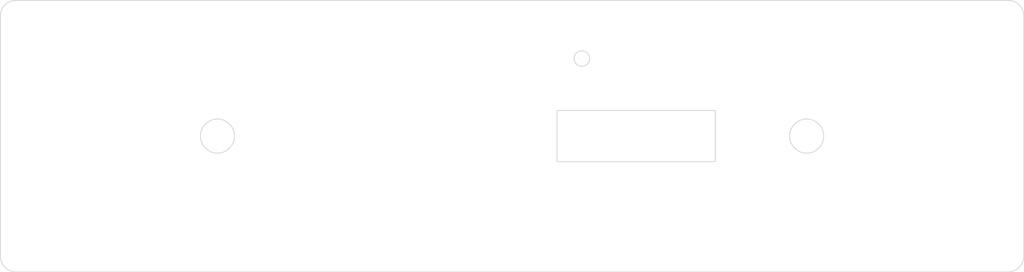
<source format=kicad_pcb>
(kicad_pcb
	(version 20241229)
	(generator "pcbnew")
	(generator_version "9.0")
	(general
		(thickness 2.09)
		(legacy_teardrops no)
	)
	(paper "A4")
	(layers
		(0 "F.Cu" signal)
		(2 "B.Cu" signal)
		(9 "F.Adhes" user "F.Adhesive")
		(11 "B.Adhes" user "B.Adhesive")
		(13 "F.Paste" user)
		(15 "B.Paste" user)
		(5 "F.SilkS" user "F.Silkscreen")
		(7 "B.SilkS" user "B.Silkscreen")
		(1 "F.Mask" user)
		(3 "B.Mask" user)
		(17 "Dwgs.User" user "User.Drawings")
		(19 "Cmts.User" user "User.Comments")
		(21 "Eco1.User" user "User.Eco1")
		(23 "Eco2.User" user "User.Eco2")
		(25 "Edge.Cuts" user)
		(27 "Margin" user)
		(31 "F.CrtYd" user "F.Courtyard")
		(29 "B.CrtYd" user "B.Courtyard")
		(35 "F.Fab" user)
		(33 "B.Fab" user)
		(39 "User.1" user)
		(41 "User.2" user)
		(43 "User.3" user)
		(45 "User.4" user)
	)
	(setup
		(stackup
			(layer "F.SilkS"
				(type "Top Silk Screen")
			)
			(layer "F.Paste"
				(type "Top Solder Paste")
			)
			(layer "F.Mask"
				(type "Top Solder Mask")
				(thickness 0.01)
			)
			(layer "F.Cu"
				(type "copper")
				(thickness 0.035)
			)
			(layer "dielectric 1"
				(type "core")
				(thickness 2)
				(material "FR4")
				(epsilon_r 4.5)
				(loss_tangent 0.02)
			)
			(layer "B.Cu"
				(type "copper")
				(thickness 0.035)
			)
			(layer "B.Mask"
				(type "Bottom Solder Mask")
				(thickness 0.01)
			)
			(layer "B.Paste"
				(type "Bottom Solder Paste")
			)
			(layer "B.SilkS"
				(type "Bottom Silk Screen")
			)
			(copper_finish "None")
			(dielectric_constraints no)
		)
		(pad_to_mask_clearance 0)
		(allow_soldermask_bridges_in_footprints no)
		(tenting front back)
		(aux_axis_origin 60 125)
		(grid_origin 60 125)
		(pcbplotparams
			(layerselection 0x00000000_00000000_55555555_5755f5ff)
			(plot_on_all_layers_selection 0x00000000_00000000_00000000_00000000)
			(disableapertmacros no)
			(usegerberextensions no)
			(usegerberattributes yes)
			(usegerberadvancedattributes yes)
			(creategerberjobfile yes)
			(dashed_line_dash_ratio 12.000000)
			(dashed_line_gap_ratio 3.000000)
			(svgprecision 4)
			(plotframeref no)
			(mode 1)
			(useauxorigin no)
			(hpglpennumber 1)
			(hpglpenspeed 20)
			(hpglpendiameter 15.000000)
			(pdf_front_fp_property_popups yes)
			(pdf_back_fp_property_popups yes)
			(pdf_metadata yes)
			(pdf_single_document no)
			(dxfpolygonmode yes)
			(dxfimperialunits yes)
			(dxfusepcbnewfont yes)
			(psnegative no)
			(psa4output no)
			(plot_black_and_white yes)
			(sketchpadsonfab no)
			(plotpadnumbers no)
			(hidednponfab no)
			(sketchdnponfab yes)
			(crossoutdnponfab yes)
			(subtractmaskfromsilk no)
			(outputformat 1)
			(mirror no)
			(drillshape 1)
			(scaleselection 1)
			(outputdirectory "")
		)
	)
	(net 0 "")
	(gr_arc
		(start 60 108.5)
		(mid 60.292893 107.792893)
		(end 61 107.5)
		(stroke
			(width 0.05)
			(type solid)
		)
		(layer "Edge.Cuts")
		(uuid "0e923ddd-8810-4985-b5aa-f0d9adcee65f")
	)
	(gr_line
		(start 60 108.5)
		(end 60 124)
		(stroke
			(width 0.05)
			(type solid)
		)
		(layer "Edge.Cuts")
		(uuid "2c327488-c137-4b41-aa55-3463ee2374a0")
	)
	(gr_line
		(start 61 125)
		(end 125 125)
		(stroke
			(width 0.05)
			(type solid)
		)
		(layer "Edge.Cuts")
		(uuid "4644050c-891f-4104-ade6-cf57299e76a6")
	)
	(gr_circle
		(center 112 116.25)
		(end 113.1 116.25)
		(stroke
			(width 0.05)
			(type solid)
		)
		(fill no)
		(layer "Edge.Cuts")
		(uuid "58fb2873-6135-4132-a926-59dcc00c362a")
	)
	(gr_arc
		(start 125 107.5)
		(mid 125.707107 107.792893)
		(end 126 108.5)
		(stroke
			(width 0.05)
			(type solid)
		)
		(layer "Edge.Cuts")
		(uuid "846c5c85-1783-47f7-808c-a802fdc03168")
	)
	(gr_arc
		(start 126 124)
		(mid 125.707107 124.707107)
		(end 125 125)
		(stroke
			(width 0.05)
			(type solid)
		)
		(layer "Edge.Cuts")
		(uuid "885d5671-aae0-4243-9972-e136f552e210")
	)
	(gr_line
		(start 61 107.5)
		(end 125 107.5)
		(stroke
			(width 0.05)
			(type solid)
		)
		(layer "Edge.Cuts")
		(uuid "8dba3796-648d-4463-81ed-a3be5e66e8b7")
	)
	(gr_line
		(start 126 108.5)
		(end 126 124)
		(stroke
			(width 0.05)
			(type solid)
		)
		(layer "Edge.Cuts")
		(uuid "939f916d-5a6d-42b5-aded-9412780871f8")
	)
	(gr_circle
		(center 97.5 111.25)
		(end 98 111.25)
		(stroke
			(width 0.05)
			(type solid)
		)
		(fill no)
		(layer "Edge.Cuts")
		(uuid "9d58fa74-2421-49d8-8852-3a648eaf07d7")
	)
	(gr_arc
		(start 61 125)
		(mid 60.292893 124.707107)
		(end 60 124)
		(stroke
			(width 0.05)
			(type solid)
		)
		(layer "Edge.Cuts")
		(uuid "a3bcf4d4-2b02-4e07-92ea-d9063b50f65b")
	)
	(gr_circle
		(center 74 116.25)
		(end 75.1 116.25)
		(stroke
			(width 0.05)
			(type solid)
		)
		(fill no)
		(layer "Edge.Cuts")
		(uuid "c2d50b0b-42a1-4f07-9c47-fc6792076794")
	)
	(gr_rect
		(start 95.9 114.6)
		(end 106.1 117.9)
		(stroke
			(width 0.05)
			(type solid)
		)
		(fill no)
		(layer "Edge.Cuts")
		(uuid "e3d12a0c-1f39-46b1-8cac-72935c39e550")
	)
	(embedded_fonts no)
)

</source>
